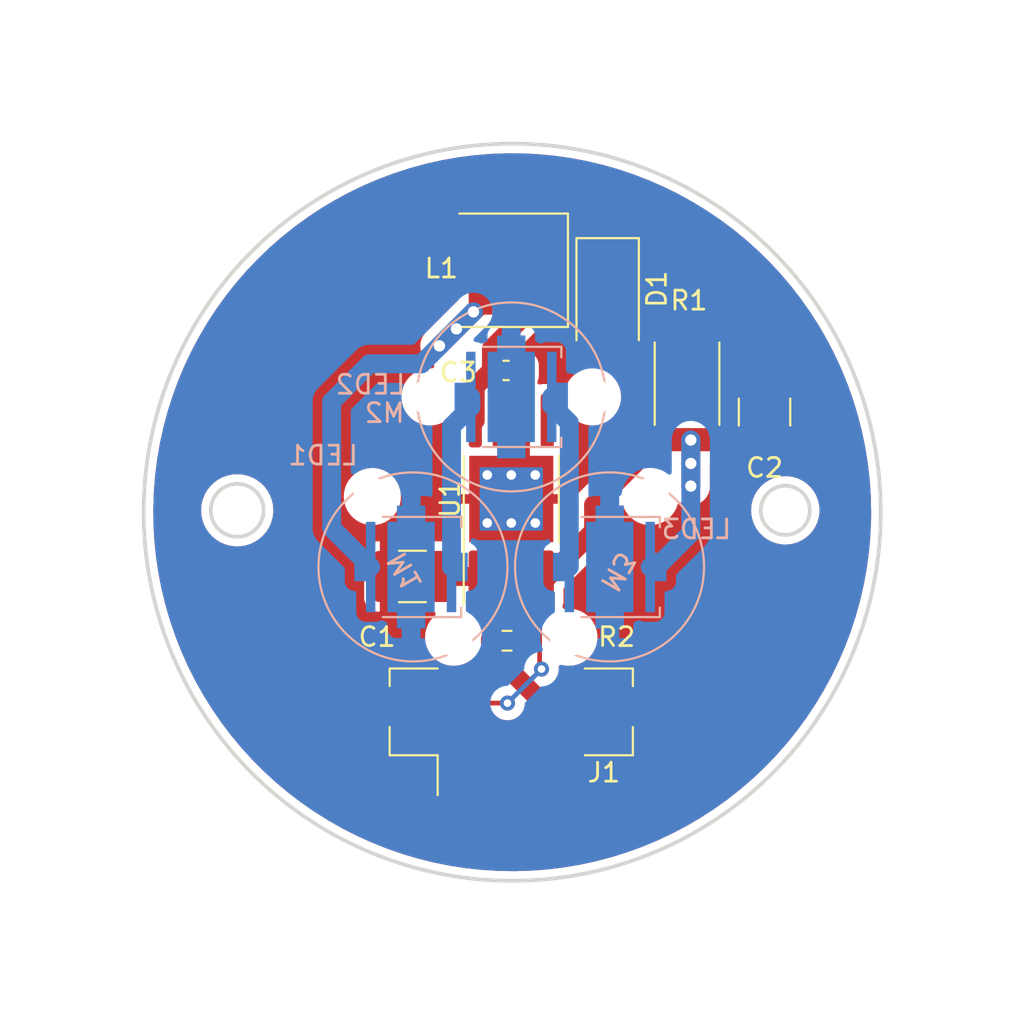
<source format=kicad_pcb>
(kicad_pcb (version 20211014) (generator pcbnew)
  (layers (0 "F.Cu" signal) (31 "B.Cu" signal) (34 "B.Paste" user) (35 "F.Paste" user) (36 "B.SilkS" user "B.Silkscreen") (37 "F.SilkS" user "F.Silkscreen") (38 "B.Mask" user) (39 "F.Mask" user) (44 "Edge.Cuts" user))
  (net 0 "")
  (net 1 "+BATT")
  (net 2 "GND")
  (net 3 "PWM")
  (net 5 "/cathode")
  (net 6 "Net-(LED1-Pad1)")
  (net 7 "Net-(LED2-Pad1)")
  (net 8 "Net-(C3-Pad2)")
  (net 9 "/heatsink")
  (net 10 "Net-(R2-Pad2)")
  (net 11 "Net-(C3-Pad1)")
  (net 12 "/anode")
  (footprint "Capacitor_SMD:C_0603_1608Metric" (layer "F.Cu") (at 120.925 92.5)
    (fp_text reference "C3" (at -2.525 0.1) (layer "F.SilkS"))
    (fp_text value "0.1uF")
    (fp_line (start -0.14058 -0.51) (end 0.14058 -0.51) (layer "F.SilkS") (width 0.12))
    (fp_line (start -0.14058 0.51) (end 0.14058 0.51) (layer "F.SilkS") (width 0.12))
    (pad "1" smd roundrect (at -0.775 0) (size 0.9 0.95) (layers "F.Cu" "F.Paste" "F.Mask") (net 11 "Net-(C3-Pad1)"))
    (pad "2" smd roundrect (at 0.775 0) (size 0.9 0.95) (layers "F.Cu" "F.Paste" "F.Mask") (net 8 "Net-(C3-Pad2)"))
  )
  (footprint "Resistor_SMD:R_2512_6332Metric" (layer "F.Cu") (at 130.5 93.2 90)
    (fp_text reference "R1" (at 4.4 0.1 180) (layer "F.SilkS"))
    (fp_text value "0.068")
    (fp_line (start -2.177064 1.71) (end 2.177064 1.71) (layer "F.SilkS") (width 0.12))
    (fp_line (start -2.177064 -1.71) (end 2.177064 -1.71) (layer "F.SilkS") (width 0.12))
    (pad "1" smd roundrect (at -2.9625 0 90) (size 1.225 3.35) (layers "F.Cu" "F.Paste" "F.Mask") (roundrect_rratio 0.2040816327) (net 5 "/cathode"))
    (pad "2" smd roundrect (at 2.9625 0 90) (size 1.225 3.35) (layers "F.Cu" "F.Paste" "F.Mask") (roundrect_rratio 0.2040816327) (net 2 "GND"))
  )
  (footprint "CustomLibrary:PA5175_Inductor" (layer "F.Cu") (at 121.2 87.2 180)
    (fp_text reference "L1" (at 3.7 0.1 180) (layer "F.SilkS"))
    (fp_text value "10uH")
    (fp_line (start -3 -3) (end 3 -3) (layer "F.SilkS") (width 0.12))
    (fp_line (start -3 -3) (end -3 3) (layer "F.SilkS") (width 0.12))
    (fp_line (start -3 3) (end 2.75 3) (layer "F.SilkS") (width 0.12))
    (pad "1" smd rect (at -1.625 0 180) (size 1.25 4.7) (layers "F.Cu" "F.Paste" "F.Mask") (net 11 "Net-(C3-Pad1)"))
    (pad "2" smd rect (at 1.625 0 180) (size 1.25 4.7) (layers "F.Cu" "F.Paste" "F.Mask") (net 12 "/anode"))
  )
  (footprint "Resistor_SMD:R_0603_1608Metric" (layer "F.Cu") (at 120.975 106.8)
    (fp_text reference "R2" (at 5.8 -0.2) (layer "F.SilkS"))
    (fp_text value "1M")
    (fp_line (start -0.237258 0.5225) (end 0.237258 0.5225) (layer "F.SilkS") (width 0.12))
    (fp_line (start -0.237258 -0.5225) (end 0.237258 -0.5225) (layer "F.SilkS") (width 0.12))
    (pad "1" smd roundrect (at -0.825 0) (size 0.8 0.95) (layers "F.Cu" "F.Paste" "F.Mask") (net 1 "+BATT"))
    (pad "2" smd roundrect (at 0.825 0) (size 0.8 0.95) (layers "F.Cu" "F.Paste" "F.Mask") (net 10 "Net-(R2-Pad2)"))
  )
  (footprint "Capacitor_SMD:C_1210_3225Metric" (layer "F.Cu") (at 115.975 103.4 180)
    (fp_text reference "C1" (at 1.875 -3.2) (layer "F.SilkS"))
    (fp_text value "10uF")
    (fp_line (start -0.711252 -1.36) (end 0.711252 -1.36) (layer "F.SilkS") (width 0.12))
    (fp_line (start -0.711252 1.36) (end 0.711252 1.36) (layer "F.SilkS") (width 0.12))
    (pad "1" smd roundrect (at -1.475 0 180) (size 1.15 2.7) (layers "F.Cu" "F.Paste" "F.Mask") (roundrect_rratio 0.217391) (net 1 "+BATT"))
    (pad "2" smd roundrect (at 1.475 0 180) (size 1.15 2.7) (layers "F.Cu" "F.Paste" "F.Mask") (roundrect_rratio 0.217391) (net 2 "GND"))
  )
  (footprint "Diode_SMD:D_SMA" (layer "F.Cu") (at 126.3 88.9 -90)
    (fp_text reference "D1" (at -0.7 -2.6 90) (layer "F.SilkS"))
    (fp_text value "D_Schottky")
    (fp_line (start -3.4 -1.65) (end -3.4 1.65) (layer "F.SilkS") (width 0.12))
    (fp_line (start -3.4 1.65) (end 2 1.65) (layer "F.SilkS") (width 0.12))
    (fp_line (start -3.4 -1.65) (end 2 -1.65) (layer "F.SilkS") (width 0.12))
    (pad "1" smd rect (at -2 0 270) (size 2.5 1.8) (layers "F.Cu" "F.Paste" "F.Mask") (net 11 "Net-(C3-Pad1)"))
    (pad "2" smd rect (at 2 0 270) (size 2.5 1.8) (layers "F.Cu" "F.Paste" "F.Mask") (net 2 "GND"))
  )
  (footprint "Connector_Molex:Molex_Micro-Fit_3.0_43650-0324_1x03-1MP_P3.00mm_Vertical" (layer "F.Cu") (at 121.2 110.565)
    (fp_text reference "J1" (at 4.9 3.21) (layer "F.SilkS"))
    (fp_text value "Conn_01x03")
    (fp_line (start 6.435 -2.295) (end 5.015 -2.295) (layer "F.SilkS") (width 0.12))
    (fp_line (start -3.895 2.295) (end -3.895 4.405) (layer "F.SilkS") (width 0.12))
    (fp_line (start -5.015 -2.295) (end -5.015 -2.295) (layer "F.SilkS") (width 0.12))
    (fp_line (start 5.015 -2.295) (end 5.015 -2.295) (layer "F.SilkS") (width 0.12))
    (fp_line (start 5.015 -2.295) (end 3.895 -2.295) (layer "F.SilkS") (width 0.12))
    (fp_line (start -6.435 -1.37) (end -6.435 -2.295) (layer "F.SilkS") (width 0.12))
    (fp_line (start -5.015 -2.295) (end -3.895 -2.295) (layer "F.SilkS") (width 0.12))
    (fp_line (start -6.435 0.8) (end -6.435 2.295) (layer "F.SilkS") (width 0.12))
    (fp_line (start -6.435 -2.295) (end -5.015 -2.295) (layer "F.SilkS") (width 0.12))
    (fp_line (start 6.435 -1.37) (end 6.435 -2.295) (layer "F.SilkS") (width 0.12))
    (fp_line (start 6.435 0.8) (end 6.435 2.295) (layer "F.SilkS") (width 0.12))
    (fp_line (start -6.435 2.295) (end -3.895 2.295) (layer "F.SilkS") (width 0.12))
    (fp_line (start 6.435 2.295) (end 3.895 2.295) (layer "F.SilkS") (width 0.12))
    (pad "1" smd rect (at -3 3.135) (size 1.27 2.54) (layers "F.Cu" "F.Paste" "F.Mask") (net 3 "PWM"))
    (pad "2" smd rect (at 0 3.135) (size 1.27 2.54) (layers "F.Cu" "F.Paste" "F.Mask") (net 2 "GND"))
    (pad "3" smd rect (at 3 3.135) (size 1.27 2.54) (layers "F.Cu" "F.Paste" "F.Mask") (net 1 "+BATT"))
    (pad "MP" smd rect (at 6.885 -0.285) (size 3.43 1.65) (layers "F.Cu" "F.Paste" "F.Mask"))
    (pad "MP" smd rect (at -6.885 -0.285) (size 3.43 1.65) (layers "F.Cu" "F.Paste" "F.Mask"))
  )
  (footprint "Capacitor_SMD:C_1210_3225Metric" (layer "F.Cu") (at 134.6 94.7 -90)
    (fp_text reference "C2" (at 2.95 0) (layer "F.SilkS"))
    (fp_text value "4.7uF")
    (fp_line (start -0.711252 1.36) (end 0.711252 1.36) (layer "F.SilkS") (width 0.12))
    (fp_line (start -0.711252 -1.36) (end 0.711252 -1.36) (layer "F.SilkS") (width 0.12))
    (pad "1" smd roundrect (at -1.475 0 270) (size 1.15 2.7) (layers "F.Cu" "F.Paste" "F.Mask") (roundrect_rratio 0.2173913043) (net 12 "/anode"))
    (pad "2" smd roundrect (at 1.475 0 270) (size 1.15 2.7) (layers "F.Cu" "F.Paste" "F.Mask") (roundrect_rratio 0.2173913043) (net 5 "/cathode"))
  )
  (footprint "Package_SO:SOP-8-1EP_4.57x4.57mm_P1.27mm_EP4.57x4.45mm_ThermalVias" (layer "F.Cu") (at 121.2 99.3 90)
    (fp_text reference "U1" (at 0 -3.24 90) (layer "F.SilkS"))
    (fp_text value "IS32LT3954")
    (fp_line (start 0 2.515) (end 2.285 2.515) (layer "F.SilkS") (width 0.12))
    (fp_line (start 0 2.515) (end -2.285 2.515) (layer "F.SilkS") (width 0.12))
    (fp_line (start 0 -2.515) (end -5.575 -2.515) (layer "F.SilkS") (width 0.12))
    (fp_line (start 0 -2.515) (end 2.285 -2.515) (layer "F.SilkS") (width 0.12))
    (pad "1" smd roundrect (at -4.15 -1.905 90) (size 2.85 0.7) (layers "F.Cu" "F.Paste" "F.Mask") (net 1 "+BATT"))
    (pad "2" smd roundrect (at -4.15 -0.635 90) (size 2.85 0.7) (layers "F.Cu" "F.Paste" "F.Mask") (net 10 "Net-(R2-Pad2)"))
    (pad "3" smd roundrect (at -4.15 0.635 90) (size 2.85 0.7) (layers "F.Cu" "F.Paste" "F.Mask") (net 3 "PWM"))
    (pad "4" smd roundrect (at -4.15 1.905 90) (size 2.85 0.7) (layers "F.Cu" "F.Paste" "F.Mask") (net 5 "/cathode"))
    (pad "5" smd roundrect (at 4.15 1.905 90) (size 2.85 0.7) (layers "F.Cu" "F.Paste" "F.Mask"))
    (pad "6" smd roundrect (at 4.15 0.635 90) (size 2.85 0.7) (layers "F.Cu" "F.Paste" "F.Mask") (net 2 "GND"))
    (pad "7" smd roundrect (at 4.15 -0.635 90) (size 2.85 0.7) (layers "F.Cu" "F.Paste" "F.Mask") (net 8 "Net-(C3-Pad2)"))
    (pad "8" smd roundrect (at 4.15 -1.905 90) (size 2.85 0.7) (layers "F.Cu" "F.Paste" "F.Mask") (net 11 "Net-(C3-Pad1)"))
    (pad "9" smd rect (at 0 0 90) (size 3.35 3.35) (layers "B.Cu") (net 2 "GND"))
    (pad "9" thru_hole circle (at -1.27 -1.27 90) (size 0.81 0.81) (drill 0.51) (layers *.Cu) (net 2 "GND"))
    (pad "9" smd rect (at 0 0 90) (size 4.57 4.45) (layers "F.Cu" "F.Mask") (net 2 "GND"))
    (pad "9" thru_hole circle (at 1.27 0 90) (size 0.81 0.81) (drill 0.51) (layers *.Cu) (net 2 "GND"))
    (pad "9" thru_hole circle (at 1.27 1.27 90) (size 0.81 0.81) (drill 0.51) (layers *.Cu) (net 2 "GND"))
    (pad "9" thru_hole circle (at 1.27 -1.27 90) (size 0.81 0.81) (drill 0.51) (layers *.Cu) (net 2 "GND"))
    (pad "9" thru_hole circle (at -1.27 0 90) (size 0.81 0.81) (drill 0.51) (layers *.Cu) (net 2 "GND"))
    (pad "9" thru_hole circle (at -1.27 1.27 90) (size 0.81 0.81) (drill 0.51) (layers *.Cu) (net 2 "GND"))
  )
  (footprint "CustomLibrary:LED_Cree-XHP50_3V_hand_solder" (layer "B.Cu") (at 126.41 102.9 180)
    (fp_text reference "LED3" (at -4.59 2) (layer "B.SilkS") (effects (justify mirror)))
    (fp_text value "LED_Pad")
    (fp_line (start 1.5 -2.65) (end -2.65 -2.65) (layer "B.SilkS") (width 0.12))
    (fp_line (start -2.65 2.65) (end -2.65 2.1) (layer "B.SilkS") (width 0.12))
    (fp_line (start 1.5 2.65) (end -2.65 2.65) (layer "B.SilkS") (width 0.12))
    (fp_line (start -2.65 -2.65) (end -2.65 -2.15) (layer "B.SilkS") (width 0.12))
    (pad "1" smd rect (at -2.5 0 180) (size 1 1.5) (layers "B.Cu" "B.Mask") (net 5 "/cathode"))
    (pad "1" smd rect (at -2.14 0 180) (size 0.5 4.78) (layers "B.Cu" "B.Mask") (net 5 "/cathode"))
    (pad "2" smd rect (at 2.14 0 180) (size 0.5 4.78) (layers "B.Cu" "B.Mask") (net 7 "Net-(LED2-Pad1)"))
    (pad "2" smd rect (at 2.5 0 180) (size 1 1.5) (layers "B.Cu" "B.Mask") (net 7 "Net-(LED2-Pad1)"))
    (pad "3" smd rect (at 0 2.75 180) (size 1.5 1) (layers "B.Cu" "B.Mask") (net 9 "/heatsink"))
    (pad "3" smd rect (at 0 0 180) (size 2.5 4.78) (layers "B.Cu" "B.Mask") (net 9 "/heatsink"))
    (pad "3" smd rect (at 0 -2.75 180) (size 1.5 1) (layers "B.Cu" "B.Mask") (net 9 "/heatsink"))
  )
  (footprint "CustomLibrary:LEDiL_Clip" (layer "B.Cu") (at 116 102.893909 -60)
    (fp_text reference "M1" (at 0 0.5 120 unlocked) (layer "B.SilkS") (effects (justify mirror)))
    (fp_text value "Lens_Mount")
    (fp_circle (center 0 0) (end 5 0) (layer "B.SilkS") (width 0.12) (fill none))
    (pad "" np_thru_hole circle (at 4.3 0 300) (size 2 2) (drill 2) (layers F&B.Cu *.Mask))
    (pad "" np_thru_hole circle (at -4.3 0 300) (size 2 2) (drill 2) (layers F&B.Cu *.Mask))
  )
  (footprint "CustomLibrary:LED_Cree-XHP50_3V_hand_solder" (layer "B.Cu") (at 121.2 93.9 180)
    (fp_text reference "LED2" (at 7.45 0.65) (layer "B.SilkS") (effects (justify mirror)))
    (fp_text value "LED_Pad")
    (fp_line (start -2.65 2.65) (end -2.65 2.1) (layer "B.SilkS") (width 0.12))
    (fp_line (start 1.5 -2.65) (end -2.65 -2.65) (layer "B.SilkS") (width 0.12))
    (fp_line (start 1.5 2.65) (end -2.65 2.65) (layer "B.SilkS") (width 0.12))
    (fp_line (start -2.65 -2.65) (end -2.65 -2.15) (layer "B.SilkS") (width 0.12))
    (pad "1" smd rect (at -2.5 0 180) (size 1 1.5) (layers "B.Cu" "B.Mask") (net 7 "Net-(LED2-Pad1)"))
    (pad "1" smd rect (at -2.14 0 180) (size 0.5 4.78) (layers "B.Cu" "B.Mask") (net 7 "Net-(LED2-Pad1)"))
    (pad "2" smd rect (at 2.14 0 180) (size 0.5 4.78) (layers "B.Cu" "B.Mask") (net 6 "Net-(LED1-Pad1)"))
    (pad "2" smd rect (at 2.5 0 180) (size 1 1.5) (layers "B.Cu" "B.Mask") (net 6 "Net-(LED1-Pad1)"))
    (pad "3" smd rect (at 0 -2.75 180) (size 1.5 1) (layers "B.Cu" "B.Mask") (net 9 "/heatsink"))
    (pad "3" smd rect (at 0 2.75 180) (size 1.5 1) (layers "B.Cu" "B.Mask") (net 9 "/heatsink"))
    (pad "3" smd rect (at 0 0 180) (size 2.5 4.78) (layers "B.Cu" "B.Mask") (net 9 "/heatsink"))
  )
  (footprint "CustomLibrary:LEDiL_Clip" (layer "B.Cu") (at 121.2 93.9 180)
    (fp_text reference "M2" (at 6.7 -0.85 unlocked) (layer "B.SilkS") (effects (justify mirror)))
    (fp_text value "Lens_Mount")
    (fp_circle (center 0 0) (end 5 0) (layer "B.SilkS") (width 0.12) (fill none))
    (pad "" np_thru_hole circle (at -4.3 0 180) (size 2 2) (drill 2) (layers F&B.Cu *.Mask))
    (pad "" np_thru_hole circle (at 4.3 0 180) (size 2 2) (drill 2) (layers F&B.Cu *.Mask))
  )
  (footprint "CustomLibrary:LED_Cree-XHP50_3V_hand_solder" (layer "B.Cu") (at 115.9 102.9 180)
    (fp_text reference "LED1" (at 4.65 5.9) (layer "B.SilkS") (effects (justify mirror)))
    (fp_text value "LED_Pad")
    (fp_line (start -2.65 -2.65) (end -2.65 -2.15) (layer "B.SilkS") (width 0.12))
    (fp_line (start -2.65 2.65) (end -2.65 2.1) (layer "B.SilkS") (width 0.12))
    (fp_line (start 1.5 2.65) (end -2.65 2.65) (layer "B.SilkS") (width 0.12))
    (fp_line (start 1.5 -2.65) (end -2.65 -2.65) (layer "B.SilkS") (width 0.12))
    (pad "1" smd rect (at -2.14 0 180) (size 0.5 4.78) (layers "B.Cu" "B.Mask") (net 6 "Net-(LED1-Pad1)"))
    (pad "1" smd rect (at -2.5 0 180) (size 1 1.5) (layers "B.Cu" "B.Mask") (net 6 "Net-(LED1-Pad1)"))
    (pad "2" smd rect (at 2.5 0 180) (size 1 1.5) (layers "B.Cu" "B.Mask") (net 12 "/anode"))
    (pad "2" smd rect (at 2.14 0 180) (size 0.5 4.78) (layers "B.Cu" "B.Mask") (net 12 "/anode"))
    (pad "3" smd rect (at 0 2.75 180) (size 1.5 1) (layers "B.Cu" "B.Mask") (net 9 "/heatsink"))
    (pad "3" smd rect (at 0 -2.75 180) (size 1.5 1) (layers "B.Cu" "B.Mask") (net 9 "/heatsink"))
    (pad "3" smd rect (at 0 0 180) (size 2.5 4.78) (layers "B.Cu" "B.Mask") (net 9 "/heatsink"))
  )
  (footprint "CustomLibrary:LEDiL_Clip" (layer "B.Cu") (at 126.4 102.893909 60)
    (fp_text reference "M3" (at 0 0.5 240 unlocked) (layer "B.SilkS") (effects (justify mirror)))
    (fp_text value "Lens_Mount")
    (fp_circle (center 0 0) (end 5 0) (layer "B.SilkS") (width 0.12) (fill none))
    (pad "" np_thru_hole circle (at -4.3 0 60) (size 2 2) (drill 2) (layers F&B.Cu *.Mask))
    (pad "" np_thru_hole circle (at 4.3 0 60) (size 2 2) (drill 2) (layers F&B.Cu *.Mask))
  )
  (gr_circle (center 135.7 99.9) (end 137 99.9) (layer "Edge.Cuts") (width 0.2) (fill none))
  (gr_circle (center 106.7 99.9) (end 108.1 99.9) (layer "Edge.Cuts") (width 0.2) (fill none))
  (gr_circle (center 121.25 100) (end 140.75 100) (layer "Edge.Cuts") (width 0.2) (fill none))
  (segment (start 119.245 103.4) (end 119.295 103.45) (width 1) (layer "F.Cu") (net 1))
  (segment (start 124.2 111.43) (end 120.1 107.33) (width 1) (layer "F.Cu") (net 1))
  (segment (start 120.1 107.33) (end 120.1 106.7) (width 1) (layer "F.Cu") (net 1))
  (segment (start 119.295 103.45) (end 119.295 105.075) (width 0.7) (layer "F.Cu") (net 1))
  (segment (start 120.1 105.88) (end 120.1 106.7) (width 0.7) (layer "F.Cu") (net 1))
  (segment (start 119.295 105.075) (end 120.1 105.88) (width 0.7) (layer "F.Cu") (net 1))
  (segment (start 124.2 113.7) (end 124.2 111.43) (width 1) (layer "F.Cu") (net 1))
  (segment (start 117.45 103.4) (end 119.245 103.4) (width 1) (layer "F.Cu") (net 1))
  (segment (start 121.835 97.395) (end 121.835 95.15) (width 0.7) (layer "F.Cu") (net 2))
  (segment (start 122.47 98.03) (end 121.835 97.395) (width 0.7) (layer "F.Cu") (net 2))
  (segment (start 119.6 110.1) (end 121 110.1) (width 0.25) (layer "F.Cu") (net 3))
  (segment (start 122.8 108.3) (end 122.7 108.2) (width 0.25) (layer "F.Cu") (net 3))
  (segment (start 122.7 105.177107) (end 121.835 104.312107) (width 0.25) (layer "F.Cu") (net 3))
  (segment (start 121.835 104.312107) (end 121.835 103.45) (width 0.25) (layer "F.Cu") (net 3))
  (segment (start 118.2 111.5) (end 119.6 110.1) (width 0.25) (layer "F.Cu") (net 3))
  (segment (start 118.2 113.7) (end 118.2 111.5) (width 0.25) (layer "F.Cu") (net 3))
  (segment (start 122.7 108.2) (end 122.7 105.177107) (width 0.25) (layer "F.Cu") (net 3))
  (via (at 121 110.1) (size 0.8) (drill 0.4) (layers "F.Cu" "B.Cu") (net 3))
  (via (at 122.8 108.3) (size 0.8) (drill 0.4) (layers "F.Cu" "B.Cu") (net 3))
  (segment (start 122.8 108.3) (end 121 110.1) (width 0.25) (layer "B.Cu") (net 3))
  (segment (start 125.555 101) (end 123.105 103.45) (width 1) (layer "F.Cu") (net 5))
  (segment (start 129.0125 96.1625) (end 125.555 99.62) (width 1) (layer "F.Cu") (net 5))
  (segment (start 130.7 96.18125) (end 130.7 98.61875) (width 1) (layer "F.Cu") (net 5))
  (segment (start 132.6 96.1625) (end 129.0125 96.1625) (width 1) (layer "F.Cu") (net 5))
  (segment (start 125.555 99.62) (end 125.555 101) (width 1) (layer "F.Cu") (net 5))
  (segment (start 132.6 96.1625) (end 134.5875 96.1625) (width 1) (layer "F.Cu") (net 5))
  (segment (start 134.5875 96.1625) (end 134.6 96.175) (width 1) (layer "F.Cu") (net 5))
  (via (at 130.7 97.41875) (size 1) (drill 0.6) (layers "F.Cu" "B.Cu") (net 5))
  (via (at 130.7 96.18125) (size 1) (drill 0.6) (layers "F.Cu" "B.Cu") (net 5))
  (via (at 130.7 98.61875) (size 1) (drill 0.6) (layers "F.Cu" "B.Cu") (net 5))
  (segment (start 130.7 101.1) (end 128.9 102.9) (width 1) (layer "B.Cu") (net 5))
  (segment (start 130.7 97.41875) (end 130.7 96.18125) (width 1) (layer "B.Cu") (net 5))
  (segment (start 128.9 102.9) (end 128.55 102.9) (width 1) (layer "B.Cu") (net 5))
  (segment (start 130.7 98.61875) (end 130.7 97.41875) (width 1) (layer "B.Cu") (net 5))
  (segment (start 130.7 96.18125) (end 130.7 101.1) (width 1) (layer "B.Cu") (net 5))
  (segment (start 119.06 94.44) (end 119.06 93.9) (width 1) (layer "B.Cu") (net 6))
  (segment (start 118.04 95.46) (end 119.06 94.44) (width 1) (layer "B.Cu") (net 6))
  (segment (start 118.04 102.9) (end 118.04 95.46) (width 1) (layer "B.Cu") (net 6))
  (segment (start 123.34 93.9) (end 123.34 94.34) (width 1) (layer "B.Cu") (net 7))
  (segment (start 123.34 94.34) (end 124.27 95.27) (width 1) (layer "B.Cu") (net 7))
  (segment (start 124.27 95.27) (end 124.27 102.9) (width 1) (layer "B.Cu") (net 7))
  (segment (start 121.7 92.5) (end 120.565 93.635) (width 0.25) (layer "F.Cu") (net 8))
  (segment (start 120.565 93.635) (end 120.565 95.15) (width 0.25) (layer "F.Cu") (net 8))
  (segment (start 120.565 103.45) (end 120.565 104.965) (width 0.25) (layer "F.Cu") (net 10))
  (segment (start 120.565 104.965) (end 121.8 106.2) (width 0.25) (layer "F.Cu") (net 10))
  (segment (start 121.8 106.2) (end 121.8 106.8) (width 0.25) (layer "F.Cu") (net 10))
  (segment (start 120.15 91.35) (end 122.825 88.675) (width 1) (layer "F.Cu") (net 11))
  (segment (start 122.825 88.675) (end 122.825 87.2) (width 1) (layer "F.Cu") (net 11))
  (segment (start 119.295 95.15) (end 119.295 93.355) (width 1) (layer "F.Cu") (net 11))
  (segment (start 120.15 92.5) (end 120.15 91.35) (width 1) (layer "F.Cu") (net 11))
  (segment (start 126 87.2) (end 126.3 86.9) (width 1) (layer "F.Cu") (net 11))
  (segment (start 122.825 87.2) (end 126 87.2) (width 1) (layer "F.Cu") (net 11))
  (segment (start 119.295 93.355) (end 120.15 92.5) (width 1) (layer "F.Cu") (net 11))
  (segment (start 134.6 91.206497) (end 134.6 93.225) (width 1) (layer "F.Cu") (net 12))
  (segment (start 127.293503 83.9) (end 134.6 91.206497) (width 1) (layer "F.Cu") (net 12))
  (segment (start 119.6 85.1) (end 120.8 83.9) (width 1) (layer "F.Cu") (net 12))
  (segment (start 119.6 85.4) (end 119.6 85.1) (width 1) (layer "F.Cu") (net 12))
  (segment (start 120.8 83.9) (end 127.293503 83.9) (width 1) (layer "F.Cu") (net 12))
  (segment (start 119.575 87.2) (end 119.575 89.025) (width 1) (layer "F.Cu") (net 12))
  (segment (start 119.575 89.025) (end 117.4 91.2) (width 1) (layer "F.Cu") (net 12))
  (via (at 119.2 89.4) (size 1) (drill 0.6) (layers "F.Cu" "B.Cu") (net 12))
  (via (at 117.4 91.2) (size 1) (drill 0.6) (layers "F.Cu" "B.Cu") (net 12))
  (via (at 118.3 90.3) (size 1) (drill 0.6) (layers "F.Cu" "B.Cu") (net 12))
  (segment (start 116.450001 92.149999) (end 113.700252 92.149999) (width 1) (layer "B.Cu") (net 12))
  (segment (start 119.2 89.4) (end 116.450001 92.149999) (width 1) (layer "B.Cu") (net 12))
  (segment (start 111.7 100.84) (end 113.76 102.9) (width 1) (layer "B.Cu") (net 12))
  (segment (start 113.700252 92.149999) (end 111.7 94.150251) (width 1) (layer "B.Cu") (net 12))
  (segment (start 111.7 94.150251) (end 111.7 100.84) (width 1) (layer "B.Cu") (net 12))
  (zone (net 2) (net_name "GND") (layer "F.Cu") (name "Ground_poor") (priority 1) (connect_pads (clearance 0.508)) (min_thickness 0.254) (fill yes (thermal_gap 0.508) (thermal_bridge_width 0.508))
    (polygon (pts (xy 144.3 124) (xy 97 125.2) (xy 98.3 78.6) (xy 144.9 78.5)))
  )
  (zone (net 9) (net_name "/heatsink") (layer "B.Cu") (connect_pads (clearance 0.508)) (min_thickness 0.254) (fill yes (thermal_gap 0.508) (thermal_bridge_width 1))
    (polygon (pts (xy 142.1 78.6) (xy 144.1 120.1) (xy 98.3 123.2) (xy 98.8 79.5)))
  )
)
</source>
